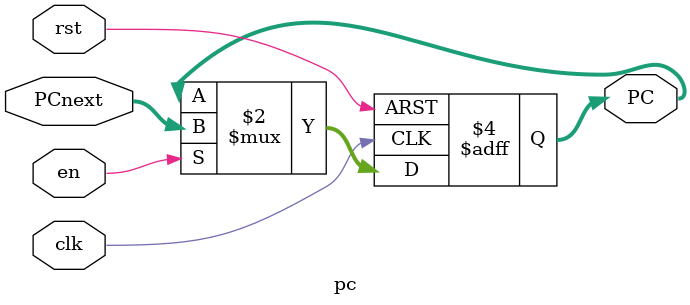
<source format=v>
module pc (
     input clk, rst, en, input[31:0]PCnext,
    output reg [31:0] PC
);
    always @(posedge clk, posedge rst) begin
        if (rst)
            PC <= 32'd0;
        else if (en)
            PC <= PCnext;    
    end 
endmodule
</source>
